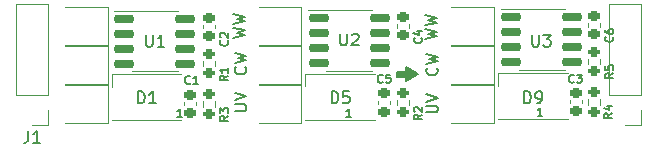
<source format=gbr>
%TF.GenerationSoftware,KiCad,Pcbnew,(6.0.0-0)*%
%TF.CreationDate,2022-09-07T11:26:37-07:00*%
%TF.ProjectId,RainbowBlaster,5261696e-626f-4774-926c-61737465722e,rev?*%
%TF.SameCoordinates,Original*%
%TF.FileFunction,Legend,Top*%
%TF.FilePolarity,Positive*%
%FSLAX46Y46*%
G04 Gerber Fmt 4.6, Leading zero omitted, Abs format (unit mm)*
G04 Created by KiCad (PCBNEW (6.0.0-0)) date 2022-09-07 11:26:37*
%MOMM*%
%LPD*%
G01*
G04 APERTURE LIST*
G04 Aperture macros list*
%AMRoundRect*
0 Rectangle with rounded corners*
0 $1 Rounding radius*
0 $2 $3 $4 $5 $6 $7 $8 $9 X,Y pos of 4 corners*
0 Add a 4 corners polygon primitive as box body*
4,1,4,$2,$3,$4,$5,$6,$7,$8,$9,$2,$3,0*
0 Add four circle primitives for the rounded corners*
1,1,$1+$1,$2,$3*
1,1,$1+$1,$4,$5*
1,1,$1+$1,$6,$7*
1,1,$1+$1,$8,$9*
0 Add four rect primitives between the rounded corners*
20,1,$1+$1,$2,$3,$4,$5,0*
20,1,$1+$1,$4,$5,$6,$7,0*
20,1,$1+$1,$6,$7,$8,$9,0*
20,1,$1+$1,$8,$9,$2,$3,0*%
G04 Aperture macros list end*
%ADD10C,0.150000*%
%ADD11C,0.120000*%
%ADD12RoundRect,0.150000X-0.725000X-0.150000X0.725000X-0.150000X0.725000X0.150000X-0.725000X0.150000X0*%
%ADD13RoundRect,0.200000X-0.275000X0.200000X-0.275000X-0.200000X0.275000X-0.200000X0.275000X0.200000X0*%
%ADD14R,2.200000X2.200000*%
%ADD15R,1.250000X2.200000*%
%ADD16RoundRect,0.225000X-0.250000X0.225000X-0.250000X-0.225000X0.250000X-0.225000X0.250000X0.225000X0*%
%ADD17RoundRect,0.200000X0.275000X-0.200000X0.275000X0.200000X-0.275000X0.200000X-0.275000X-0.200000X0*%
%ADD18R,1.600000X0.850000*%
%ADD19RoundRect,0.225000X0.250000X-0.225000X0.250000X0.225000X-0.250000X0.225000X-0.250000X-0.225000X0*%
%ADD20R,1.700000X1.700000*%
%ADD21O,1.700000X1.700000*%
G04 APERTURE END LIST*
D10*
X153800000Y-85800000D02*
X152800000Y-86400000D01*
X152800000Y-86400000D02*
X152800000Y-86000000D01*
X152800000Y-86000000D02*
X152000000Y-86000000D01*
X152000000Y-86000000D02*
X152000000Y-85600000D01*
X152000000Y-85600000D02*
X152800000Y-85600000D01*
X152800000Y-85600000D02*
X152800000Y-85200000D01*
X152800000Y-85200000D02*
X153800000Y-85800000D01*
G36*
X153800000Y-85800000D02*
G01*
X152800000Y-86400000D01*
X152800000Y-86000000D01*
X152000000Y-86000000D01*
X152000000Y-85600000D01*
X152800000Y-85600000D01*
X152800000Y-85200000D01*
X153800000Y-85800000D01*
G37*
X153800000Y-85800000D02*
X152800000Y-86400000D01*
X152800000Y-86000000D01*
X152000000Y-86000000D01*
X152000000Y-85600000D01*
X152800000Y-85600000D01*
X152800000Y-85200000D01*
X153800000Y-85800000D01*
X154352380Y-82800000D02*
X155352380Y-82561904D01*
X154638095Y-82371428D01*
X155352380Y-82180952D01*
X154352380Y-81942857D01*
X154352380Y-81657142D02*
X155352380Y-81419047D01*
X154638095Y-81228571D01*
X155352380Y-81038095D01*
X154352380Y-80800000D01*
X139157142Y-85161904D02*
X139204761Y-85209523D01*
X139252380Y-85352380D01*
X139252380Y-85447619D01*
X139204761Y-85590476D01*
X139109523Y-85685714D01*
X139014285Y-85733333D01*
X138823809Y-85780952D01*
X138680952Y-85780952D01*
X138490476Y-85733333D01*
X138395238Y-85685714D01*
X138300000Y-85590476D01*
X138252380Y-85447619D01*
X138252380Y-85352380D01*
X138300000Y-85209523D01*
X138347619Y-85161904D01*
X138252380Y-84828571D02*
X139252380Y-84590476D01*
X138538095Y-84400000D01*
X139252380Y-84209523D01*
X138252380Y-83971428D01*
X138252380Y-88914285D02*
X139061904Y-88914285D01*
X139157142Y-88866666D01*
X139204761Y-88819047D01*
X139252380Y-88723809D01*
X139252380Y-88533333D01*
X139204761Y-88438095D01*
X139157142Y-88390476D01*
X139061904Y-88342857D01*
X138252380Y-88342857D01*
X138252380Y-88009523D02*
X139252380Y-87676190D01*
X138252380Y-87342857D01*
X154452380Y-89014285D02*
X155261904Y-89014285D01*
X155357142Y-88966666D01*
X155404761Y-88919047D01*
X155452380Y-88823809D01*
X155452380Y-88633333D01*
X155404761Y-88538095D01*
X155357142Y-88490476D01*
X155261904Y-88442857D01*
X154452380Y-88442857D01*
X154452380Y-88109523D02*
X155452380Y-87776190D01*
X154452380Y-87442857D01*
X138152380Y-82700000D02*
X139152380Y-82461904D01*
X138438095Y-82271428D01*
X139152380Y-82080952D01*
X138152380Y-81842857D01*
X138152380Y-81557142D02*
X139152380Y-81319047D01*
X138438095Y-81128571D01*
X139152380Y-80938095D01*
X138152380Y-80700000D01*
X155357142Y-85261904D02*
X155404761Y-85309523D01*
X155452380Y-85452380D01*
X155452380Y-85547619D01*
X155404761Y-85690476D01*
X155309523Y-85785714D01*
X155214285Y-85833333D01*
X155023809Y-85880952D01*
X154880952Y-85880952D01*
X154690476Y-85833333D01*
X154595238Y-85785714D01*
X154500000Y-85690476D01*
X154452380Y-85547619D01*
X154452380Y-85452380D01*
X154500000Y-85309523D01*
X154547619Y-85261904D01*
X154452380Y-84928571D02*
X155452380Y-84690476D01*
X154738095Y-84500000D01*
X155452380Y-84309523D01*
X154452380Y-84071428D01*
%TO.C,U2*%
X147188095Y-82352380D02*
X147188095Y-83161904D01*
X147235714Y-83257142D01*
X147283333Y-83304761D01*
X147378571Y-83352380D01*
X147569047Y-83352380D01*
X147664285Y-83304761D01*
X147711904Y-83257142D01*
X147759523Y-83161904D01*
X147759523Y-82352380D01*
X148188095Y-82447619D02*
X148235714Y-82400000D01*
X148330952Y-82352380D01*
X148569047Y-82352380D01*
X148664285Y-82400000D01*
X148711904Y-82447619D01*
X148759523Y-82542857D01*
X148759523Y-82638095D01*
X148711904Y-82780952D01*
X148140476Y-83352380D01*
X148759523Y-83352380D01*
%TO.C,R1*%
X137716666Y-85916666D02*
X137383333Y-86150000D01*
X137716666Y-86316666D02*
X137016666Y-86316666D01*
X137016666Y-86050000D01*
X137050000Y-85983333D01*
X137083333Y-85950000D01*
X137150000Y-85916666D01*
X137250000Y-85916666D01*
X137316666Y-85950000D01*
X137350000Y-85983333D01*
X137383333Y-86050000D01*
X137383333Y-86316666D01*
X137716666Y-85250000D02*
X137716666Y-85650000D01*
X137716666Y-85450000D02*
X137016666Y-85450000D01*
X137116666Y-85516666D01*
X137183333Y-85583333D01*
X137216666Y-85650000D01*
%TO.C,C1*%
X134483333Y-86550000D02*
X134450000Y-86583333D01*
X134350000Y-86616666D01*
X134283333Y-86616666D01*
X134183333Y-86583333D01*
X134116666Y-86516666D01*
X134083333Y-86450000D01*
X134050000Y-86316666D01*
X134050000Y-86216666D01*
X134083333Y-86083333D01*
X134116666Y-86016666D01*
X134183333Y-85950000D01*
X134283333Y-85916666D01*
X134350000Y-85916666D01*
X134450000Y-85950000D01*
X134483333Y-85983333D01*
X135150000Y-86616666D02*
X134750000Y-86616666D01*
X134950000Y-86616666D02*
X134950000Y-85916666D01*
X134883333Y-86016666D01*
X134816666Y-86083333D01*
X134750000Y-86116666D01*
%TO.C,R3*%
X137716666Y-89316666D02*
X137383333Y-89550000D01*
X137716666Y-89716666D02*
X137016666Y-89716666D01*
X137016666Y-89450000D01*
X137050000Y-89383333D01*
X137083333Y-89350000D01*
X137150000Y-89316666D01*
X137250000Y-89316666D01*
X137316666Y-89350000D01*
X137350000Y-89383333D01*
X137383333Y-89450000D01*
X137383333Y-89716666D01*
X137016666Y-89083333D02*
X137016666Y-88650000D01*
X137283333Y-88883333D01*
X137283333Y-88783333D01*
X137316666Y-88716666D01*
X137350000Y-88683333D01*
X137416666Y-88650000D01*
X137583333Y-88650000D01*
X137650000Y-88683333D01*
X137683333Y-88716666D01*
X137716666Y-88783333D01*
X137716666Y-88983333D01*
X137683333Y-89050000D01*
X137650000Y-89083333D01*
%TO.C,C5*%
X150783333Y-86450000D02*
X150750000Y-86483333D01*
X150650000Y-86516666D01*
X150583333Y-86516666D01*
X150483333Y-86483333D01*
X150416666Y-86416666D01*
X150383333Y-86350000D01*
X150350000Y-86216666D01*
X150350000Y-86116666D01*
X150383333Y-85983333D01*
X150416666Y-85916666D01*
X150483333Y-85850000D01*
X150583333Y-85816666D01*
X150650000Y-85816666D01*
X150750000Y-85850000D01*
X150783333Y-85883333D01*
X151416666Y-85816666D02*
X151083333Y-85816666D01*
X151050000Y-86150000D01*
X151083333Y-86116666D01*
X151150000Y-86083333D01*
X151316666Y-86083333D01*
X151383333Y-86116666D01*
X151416666Y-86150000D01*
X151450000Y-86216666D01*
X151450000Y-86383333D01*
X151416666Y-86450000D01*
X151383333Y-86483333D01*
X151316666Y-86516666D01*
X151150000Y-86516666D01*
X151083333Y-86483333D01*
X151050000Y-86450000D01*
%TO.C,U3*%
X163438095Y-82452380D02*
X163438095Y-83261904D01*
X163485714Y-83357142D01*
X163533333Y-83404761D01*
X163628571Y-83452380D01*
X163819047Y-83452380D01*
X163914285Y-83404761D01*
X163961904Y-83357142D01*
X164009523Y-83261904D01*
X164009523Y-82452380D01*
X164390476Y-82452380D02*
X165009523Y-82452380D01*
X164676190Y-82833333D01*
X164819047Y-82833333D01*
X164914285Y-82880952D01*
X164961904Y-82928571D01*
X165009523Y-83023809D01*
X165009523Y-83261904D01*
X164961904Y-83357142D01*
X164914285Y-83404761D01*
X164819047Y-83452380D01*
X164533333Y-83452380D01*
X164438095Y-83404761D01*
X164390476Y-83357142D01*
%TO.C,U1*%
X130738095Y-82452380D02*
X130738095Y-83261904D01*
X130785714Y-83357142D01*
X130833333Y-83404761D01*
X130928571Y-83452380D01*
X131119047Y-83452380D01*
X131214285Y-83404761D01*
X131261904Y-83357142D01*
X131309523Y-83261904D01*
X131309523Y-82452380D01*
X132309523Y-83452380D02*
X131738095Y-83452380D01*
X132023809Y-83452380D02*
X132023809Y-82452380D01*
X131928571Y-82595238D01*
X131833333Y-82690476D01*
X131738095Y-82738095D01*
%TO.C,D5*%
X146461904Y-88252380D02*
X146461904Y-87252380D01*
X146700000Y-87252380D01*
X146842857Y-87300000D01*
X146938095Y-87395238D01*
X146985714Y-87490476D01*
X147033333Y-87680952D01*
X147033333Y-87823809D01*
X146985714Y-88014285D01*
X146938095Y-88109523D01*
X146842857Y-88204761D01*
X146700000Y-88252380D01*
X146461904Y-88252380D01*
X147938095Y-87252380D02*
X147461904Y-87252380D01*
X147414285Y-87728571D01*
X147461904Y-87680952D01*
X147557142Y-87633333D01*
X147795238Y-87633333D01*
X147890476Y-87680952D01*
X147938095Y-87728571D01*
X147985714Y-87823809D01*
X147985714Y-88061904D01*
X147938095Y-88157142D01*
X147890476Y-88204761D01*
X147795238Y-88252380D01*
X147557142Y-88252380D01*
X147461904Y-88204761D01*
X147414285Y-88157142D01*
X148100000Y-89416666D02*
X147700000Y-89416666D01*
X147900000Y-89416666D02*
X147900000Y-88716666D01*
X147833333Y-88816666D01*
X147766666Y-88883333D01*
X147700000Y-88916666D01*
%TO.C,C2*%
X137650000Y-82932246D02*
X137683333Y-82965580D01*
X137716666Y-83065580D01*
X137716666Y-83132246D01*
X137683333Y-83232246D01*
X137616666Y-83298913D01*
X137550000Y-83332246D01*
X137416666Y-83365580D01*
X137316666Y-83365580D01*
X137183333Y-83332246D01*
X137116666Y-83298913D01*
X137050000Y-83232246D01*
X137016666Y-83132246D01*
X137016666Y-83065580D01*
X137050000Y-82965580D01*
X137083333Y-82932246D01*
X137083333Y-82665580D02*
X137050000Y-82632246D01*
X137016666Y-82565580D01*
X137016666Y-82398913D01*
X137050000Y-82332246D01*
X137083333Y-82298913D01*
X137150000Y-82265580D01*
X137216666Y-82265580D01*
X137316666Y-82298913D01*
X137716666Y-82698913D01*
X137716666Y-82265580D01*
%TO.C,C4*%
X154050000Y-82716666D02*
X154083333Y-82750000D01*
X154116666Y-82850000D01*
X154116666Y-82916666D01*
X154083333Y-83016666D01*
X154016666Y-83083333D01*
X153950000Y-83116666D01*
X153816666Y-83150000D01*
X153716666Y-83150000D01*
X153583333Y-83116666D01*
X153516666Y-83083333D01*
X153450000Y-83016666D01*
X153416666Y-82916666D01*
X153416666Y-82850000D01*
X153450000Y-82750000D01*
X153483333Y-82716666D01*
X153650000Y-82116666D02*
X154116666Y-82116666D01*
X153383333Y-82283333D02*
X153883333Y-82450000D01*
X153883333Y-82016666D01*
%TO.C,C3*%
X166983333Y-86450000D02*
X166950000Y-86483333D01*
X166850000Y-86516666D01*
X166783333Y-86516666D01*
X166683333Y-86483333D01*
X166616666Y-86416666D01*
X166583333Y-86350000D01*
X166550000Y-86216666D01*
X166550000Y-86116666D01*
X166583333Y-85983333D01*
X166616666Y-85916666D01*
X166683333Y-85850000D01*
X166783333Y-85816666D01*
X166850000Y-85816666D01*
X166950000Y-85850000D01*
X166983333Y-85883333D01*
X167216666Y-85816666D02*
X167650000Y-85816666D01*
X167416666Y-86083333D01*
X167516666Y-86083333D01*
X167583333Y-86116666D01*
X167616666Y-86150000D01*
X167650000Y-86216666D01*
X167650000Y-86383333D01*
X167616666Y-86450000D01*
X167583333Y-86483333D01*
X167516666Y-86516666D01*
X167316666Y-86516666D01*
X167250000Y-86483333D01*
X167216666Y-86450000D01*
%TO.C,R5*%
X170316666Y-85716666D02*
X169983333Y-85950000D01*
X170316666Y-86116666D02*
X169616666Y-86116666D01*
X169616666Y-85850000D01*
X169650000Y-85783333D01*
X169683333Y-85750000D01*
X169750000Y-85716666D01*
X169850000Y-85716666D01*
X169916666Y-85750000D01*
X169950000Y-85783333D01*
X169983333Y-85850000D01*
X169983333Y-86116666D01*
X169616666Y-85083333D02*
X169616666Y-85416666D01*
X169950000Y-85450000D01*
X169916666Y-85416666D01*
X169883333Y-85350000D01*
X169883333Y-85183333D01*
X169916666Y-85116666D01*
X169950000Y-85083333D01*
X170016666Y-85050000D01*
X170183333Y-85050000D01*
X170250000Y-85083333D01*
X170283333Y-85116666D01*
X170316666Y-85183333D01*
X170316666Y-85350000D01*
X170283333Y-85416666D01*
X170250000Y-85450000D01*
%TO.C,D9*%
X162761904Y-88252380D02*
X162761904Y-87252380D01*
X163000000Y-87252380D01*
X163142857Y-87300000D01*
X163238095Y-87395238D01*
X163285714Y-87490476D01*
X163333333Y-87680952D01*
X163333333Y-87823809D01*
X163285714Y-88014285D01*
X163238095Y-88109523D01*
X163142857Y-88204761D01*
X163000000Y-88252380D01*
X162761904Y-88252380D01*
X163809523Y-88252380D02*
X164000000Y-88252380D01*
X164095238Y-88204761D01*
X164142857Y-88157142D01*
X164238095Y-88014285D01*
X164285714Y-87823809D01*
X164285714Y-87442857D01*
X164238095Y-87347619D01*
X164190476Y-87300000D01*
X164095238Y-87252380D01*
X163904761Y-87252380D01*
X163809523Y-87300000D01*
X163761904Y-87347619D01*
X163714285Y-87442857D01*
X163714285Y-87680952D01*
X163761904Y-87776190D01*
X163809523Y-87823809D01*
X163904761Y-87871428D01*
X164095238Y-87871428D01*
X164190476Y-87823809D01*
X164238095Y-87776190D01*
X164285714Y-87680952D01*
X164300000Y-89316666D02*
X163900000Y-89316666D01*
X164100000Y-89316666D02*
X164100000Y-88616666D01*
X164033333Y-88716666D01*
X163966666Y-88783333D01*
X163900000Y-88816666D01*
%TO.C,R2*%
X154116666Y-89216666D02*
X153783333Y-89450000D01*
X154116666Y-89616666D02*
X153416666Y-89616666D01*
X153416666Y-89350000D01*
X153450000Y-89283333D01*
X153483333Y-89250000D01*
X153550000Y-89216666D01*
X153650000Y-89216666D01*
X153716666Y-89250000D01*
X153750000Y-89283333D01*
X153783333Y-89350000D01*
X153783333Y-89616666D01*
X153483333Y-88950000D02*
X153450000Y-88916666D01*
X153416666Y-88850000D01*
X153416666Y-88683333D01*
X153450000Y-88616666D01*
X153483333Y-88583333D01*
X153550000Y-88550000D01*
X153616666Y-88550000D01*
X153716666Y-88583333D01*
X154116666Y-88983333D01*
X154116666Y-88550000D01*
%TO.C,C6*%
X170250000Y-82616666D02*
X170283333Y-82650000D01*
X170316666Y-82750000D01*
X170316666Y-82816666D01*
X170283333Y-82916666D01*
X170216666Y-82983333D01*
X170150000Y-83016666D01*
X170016666Y-83050000D01*
X169916666Y-83050000D01*
X169783333Y-83016666D01*
X169716666Y-82983333D01*
X169650000Y-82916666D01*
X169616666Y-82816666D01*
X169616666Y-82750000D01*
X169650000Y-82650000D01*
X169683333Y-82616666D01*
X169616666Y-82016666D02*
X169616666Y-82150000D01*
X169650000Y-82216666D01*
X169683333Y-82250000D01*
X169783333Y-82316666D01*
X169916666Y-82350000D01*
X170183333Y-82350000D01*
X170250000Y-82316666D01*
X170283333Y-82283333D01*
X170316666Y-82216666D01*
X170316666Y-82083333D01*
X170283333Y-82016666D01*
X170250000Y-81983333D01*
X170183333Y-81950000D01*
X170016666Y-81950000D01*
X169950000Y-81983333D01*
X169916666Y-82016666D01*
X169883333Y-82083333D01*
X169883333Y-82216666D01*
X169916666Y-82283333D01*
X169950000Y-82316666D01*
X170016666Y-82350000D01*
%TO.C,J1*%
X120766666Y-90582380D02*
X120766666Y-91296666D01*
X120719047Y-91439523D01*
X120623809Y-91534761D01*
X120480952Y-91582380D01*
X120385714Y-91582380D01*
X121766666Y-91582380D02*
X121195238Y-91582380D01*
X121480952Y-91582380D02*
X121480952Y-90582380D01*
X121385714Y-90725238D01*
X121290476Y-90820476D01*
X121195238Y-90868095D01*
%TO.C,R4*%
X170216666Y-89116666D02*
X169883333Y-89350000D01*
X170216666Y-89516666D02*
X169516666Y-89516666D01*
X169516666Y-89250000D01*
X169550000Y-89183333D01*
X169583333Y-89150000D01*
X169650000Y-89116666D01*
X169750000Y-89116666D01*
X169816666Y-89150000D01*
X169850000Y-89183333D01*
X169883333Y-89250000D01*
X169883333Y-89516666D01*
X169750000Y-88516666D02*
X170216666Y-88516666D01*
X169483333Y-88683333D02*
X169983333Y-88850000D01*
X169983333Y-88416666D01*
%TO.C,D1*%
X130061904Y-88252380D02*
X130061904Y-87252380D01*
X130300000Y-87252380D01*
X130442857Y-87300000D01*
X130538095Y-87395238D01*
X130585714Y-87490476D01*
X130633333Y-87680952D01*
X130633333Y-87823809D01*
X130585714Y-88014285D01*
X130538095Y-88109523D01*
X130442857Y-88204761D01*
X130300000Y-88252380D01*
X130061904Y-88252380D01*
X131585714Y-88252380D02*
X131014285Y-88252380D01*
X131300000Y-88252380D02*
X131300000Y-87252380D01*
X131204761Y-87395238D01*
X131109523Y-87490476D01*
X131014285Y-87538095D01*
X133800000Y-89416666D02*
X133400000Y-89416666D01*
X133600000Y-89416666D02*
X133600000Y-88716666D01*
X133533333Y-88816666D01*
X133466666Y-88883333D01*
X133400000Y-88916666D01*
D11*
%TO.C,U2*%
X147950000Y-85510000D02*
X146000000Y-85510000D01*
X147950000Y-80390000D02*
X149900000Y-80390000D01*
X147950000Y-85510000D02*
X149900000Y-85510000D01*
X147950000Y-80390000D02*
X144500000Y-80390000D01*
%TO.C,R1*%
X135577500Y-84662742D02*
X135577500Y-85137258D01*
X136622500Y-84662742D02*
X136622500Y-85137258D01*
%TO.C,D10*%
X160200000Y-83300000D02*
X160200000Y-80100000D01*
X156600000Y-83300000D02*
X160200000Y-83300000D01*
X156600000Y-80100000D02*
X160200000Y-80100000D01*
%TO.C,C1*%
X135010000Y-88159420D02*
X135010000Y-88440580D01*
X133990000Y-88159420D02*
X133990000Y-88440580D01*
%TO.C,D2*%
X127500000Y-83300000D02*
X127500000Y-80100000D01*
X123900000Y-83300000D02*
X127500000Y-83300000D01*
X123900000Y-80100000D02*
X127500000Y-80100000D01*
%TO.C,R3*%
X136622500Y-88537258D02*
X136622500Y-88062742D01*
X135577500Y-88537258D02*
X135577500Y-88062742D01*
%TO.C,C5*%
X151410000Y-88059420D02*
X151410000Y-88340580D01*
X150390000Y-88059420D02*
X150390000Y-88340580D01*
%TO.C,U3*%
X164250000Y-80290000D02*
X160800000Y-80290000D01*
X164250000Y-85410000D02*
X162300000Y-85410000D01*
X164250000Y-85410000D02*
X166200000Y-85410000D01*
X164250000Y-80290000D02*
X166200000Y-80290000D01*
%TO.C,U1*%
X131500000Y-80440000D02*
X128050000Y-80440000D01*
X131500000Y-85560000D02*
X129550000Y-85560000D01*
X131500000Y-85560000D02*
X133450000Y-85560000D01*
X131500000Y-80440000D02*
X133450000Y-80440000D01*
%TO.C,D5*%
X150150000Y-85750000D02*
X144250000Y-85750000D01*
X150150000Y-89650000D02*
X144250000Y-89650000D01*
X144250000Y-85750000D02*
X144250000Y-86825000D01*
%TO.C,C2*%
X135590000Y-81915580D02*
X135590000Y-81634420D01*
X136610000Y-81915580D02*
X136610000Y-81634420D01*
%TO.C,J2*%
X172630000Y-88800000D02*
X172630000Y-90130000D01*
X172630000Y-90130000D02*
X171300000Y-90130000D01*
X172630000Y-87530000D02*
X169970000Y-87530000D01*
X169970000Y-87530000D02*
X169970000Y-79850000D01*
X172630000Y-79850000D02*
X169970000Y-79850000D01*
X172630000Y-87530000D02*
X172630000Y-79850000D01*
%TO.C,C4*%
X151990000Y-81840580D02*
X151990000Y-81559420D01*
X153010000Y-81840580D02*
X153010000Y-81559420D01*
%TO.C,C3*%
X167660000Y-87984420D02*
X167660000Y-88265580D01*
X166640000Y-87984420D02*
X166640000Y-88265580D01*
%TO.C,D7*%
X140300000Y-86600000D02*
X143900000Y-86600000D01*
X140300000Y-83400000D02*
X143900000Y-83400000D01*
X143900000Y-86600000D02*
X143900000Y-83400000D01*
%TO.C,R5*%
X168177500Y-84937258D02*
X168177500Y-84462742D01*
X169222500Y-84937258D02*
X169222500Y-84462742D01*
%TO.C,D9*%
X166450000Y-85700000D02*
X160550000Y-85700000D01*
X160550000Y-85700000D02*
X160550000Y-86775000D01*
X166450000Y-89600000D02*
X160550000Y-89600000D01*
%TO.C,R2*%
X151977500Y-88437258D02*
X151977500Y-87962742D01*
X153022500Y-88437258D02*
X153022500Y-87962742D01*
%TO.C,D11*%
X156600000Y-86600000D02*
X160200000Y-86600000D01*
X156600000Y-83400000D02*
X160200000Y-83400000D01*
X160200000Y-86600000D02*
X160200000Y-83400000D01*
%TO.C,C6*%
X168190000Y-81765580D02*
X168190000Y-81484420D01*
X169210000Y-81765580D02*
X169210000Y-81484420D01*
%TO.C,D4*%
X127500000Y-89900000D02*
X127500000Y-86700000D01*
X123900000Y-89900000D02*
X127500000Y-89900000D01*
X123900000Y-86700000D02*
X127500000Y-86700000D01*
%TO.C,D8*%
X140300000Y-86700000D02*
X143900000Y-86700000D01*
X140300000Y-89900000D02*
X143900000Y-89900000D01*
X143900000Y-89900000D02*
X143900000Y-86700000D01*
%TO.C,D3*%
X127500000Y-86600000D02*
X127500000Y-83400000D01*
X123900000Y-86600000D02*
X127500000Y-86600000D01*
X123900000Y-83400000D02*
X127500000Y-83400000D01*
%TO.C,J1*%
X122430000Y-90130000D02*
X121100000Y-90130000D01*
X122430000Y-79850000D02*
X119770000Y-79850000D01*
X122430000Y-87530000D02*
X122430000Y-79850000D01*
X122430000Y-87530000D02*
X119770000Y-87530000D01*
X122430000Y-88800000D02*
X122430000Y-90130000D01*
X119770000Y-87530000D02*
X119770000Y-79850000D01*
%TO.C,R4*%
X168127500Y-88387258D02*
X168127500Y-87912742D01*
X169172500Y-88387258D02*
X169172500Y-87912742D01*
%TO.C,D6*%
X140300000Y-80100000D02*
X143900000Y-80100000D01*
X140300000Y-83300000D02*
X143900000Y-83300000D01*
X143900000Y-83300000D02*
X143900000Y-80100000D01*
%TO.C,D12*%
X160200000Y-89900000D02*
X160200000Y-86700000D01*
X156600000Y-86700000D02*
X160200000Y-86700000D01*
X156600000Y-89900000D02*
X160200000Y-89900000D01*
%TO.C,D1*%
X133750000Y-89700000D02*
X127850000Y-89700000D01*
X133750000Y-85800000D02*
X127850000Y-85800000D01*
X127850000Y-85800000D02*
X127850000Y-86875000D01*
%TD*%
%LPC*%
D12*
%TO.C,U2*%
X145375000Y-81045000D03*
X145375000Y-82315000D03*
X145375000Y-83585000D03*
X145375000Y-84855000D03*
X150525000Y-84855000D03*
X150525000Y-83585000D03*
X150525000Y-82315000D03*
X150525000Y-81045000D03*
%TD*%
D13*
%TO.C,R1*%
X136100000Y-84075000D03*
X136100000Y-85725000D03*
%TD*%
D14*
%TO.C,D10*%
X158900000Y-81700000D03*
D15*
X156625000Y-81700000D03*
%TD*%
D16*
%TO.C,C1*%
X134500000Y-87525000D03*
X134500000Y-89075000D03*
%TD*%
D14*
%TO.C,D2*%
X126200000Y-81700000D03*
D15*
X123925000Y-81700000D03*
%TD*%
D17*
%TO.C,R3*%
X136100000Y-89125000D03*
X136100000Y-87475000D03*
%TD*%
D16*
%TO.C,C5*%
X150900000Y-87425000D03*
X150900000Y-88975000D03*
%TD*%
D12*
%TO.C,U3*%
X161675000Y-80945000D03*
X161675000Y-82215000D03*
X161675000Y-83485000D03*
X161675000Y-84755000D03*
X166825000Y-84755000D03*
X166825000Y-83485000D03*
X166825000Y-82215000D03*
X166825000Y-80945000D03*
%TD*%
%TO.C,U1*%
X128925000Y-81095000D03*
X128925000Y-82365000D03*
X128925000Y-83635000D03*
X128925000Y-84905000D03*
X134075000Y-84905000D03*
X134075000Y-83635000D03*
X134075000Y-82365000D03*
X134075000Y-81095000D03*
%TD*%
D18*
%TO.C,D5*%
X148950000Y-88575000D03*
X148950000Y-86825000D03*
X145450000Y-86825000D03*
X145450000Y-88575000D03*
%TD*%
D19*
%TO.C,C2*%
X136100000Y-82550000D03*
X136100000Y-81000000D03*
%TD*%
D20*
%TO.C,J2*%
X171300000Y-88800000D03*
D21*
X171300000Y-86260000D03*
X171300000Y-83720000D03*
X171300000Y-81180000D03*
%TD*%
D19*
%TO.C,C4*%
X152500000Y-82475000D03*
X152500000Y-80925000D03*
%TD*%
D16*
%TO.C,C3*%
X167150000Y-87350000D03*
X167150000Y-88900000D03*
%TD*%
D14*
%TO.C,D7*%
X142600000Y-85000000D03*
D15*
X140325000Y-85000000D03*
%TD*%
D17*
%TO.C,R5*%
X168700000Y-85525000D03*
X168700000Y-83875000D03*
%TD*%
D18*
%TO.C,D9*%
X165250000Y-88525000D03*
X165250000Y-86775000D03*
X161750000Y-86775000D03*
X161750000Y-88525000D03*
%TD*%
D17*
%TO.C,R2*%
X152500000Y-89025000D03*
X152500000Y-87375000D03*
%TD*%
D14*
%TO.C,D11*%
X158900000Y-85000000D03*
D15*
X156625000Y-85000000D03*
%TD*%
D19*
%TO.C,C6*%
X168700000Y-82400000D03*
X168700000Y-80850000D03*
%TD*%
D14*
%TO.C,D4*%
X126200000Y-88300000D03*
D15*
X123925000Y-88300000D03*
%TD*%
D14*
%TO.C,D8*%
X142600000Y-88300000D03*
D15*
X140325000Y-88300000D03*
%TD*%
D14*
%TO.C,D3*%
X126200000Y-85000000D03*
D15*
X123925000Y-85000000D03*
%TD*%
D20*
%TO.C,J1*%
X121100000Y-88800000D03*
D21*
X121100000Y-86260000D03*
X121100000Y-83720000D03*
X121100000Y-81180000D03*
%TD*%
D17*
%TO.C,R4*%
X168650000Y-88975000D03*
X168650000Y-87325000D03*
%TD*%
D14*
%TO.C,D6*%
X142600000Y-81700000D03*
D15*
X140325000Y-81700000D03*
%TD*%
D14*
%TO.C,D12*%
X158900000Y-88300000D03*
D15*
X156625000Y-88300000D03*
%TD*%
D18*
%TO.C,D1*%
X132550000Y-88625000D03*
X132550000Y-86875000D03*
X129050000Y-86875000D03*
X129050000Y-88625000D03*
%TD*%
M02*

</source>
